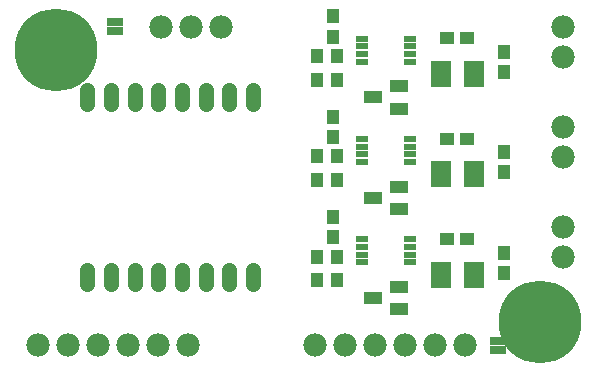
<source format=gts>
G75*
%MOIN*%
%OFA0B0*%
%FSLAX24Y24*%
%IPPOS*%
%LPD*%
%AMOC8*
5,1,8,0,0,1.08239X$1,22.5*
%
%ADD10C,0.1418*%
%ADD11C,0.2756*%
%ADD12C,0.0516*%
%ADD13R,0.0434X0.0217*%
%ADD14R,0.0434X0.0473*%
%ADD15C,0.0780*%
%ADD16R,0.0670X0.0906*%
%ADD17R,0.0473X0.0434*%
%ADD18R,0.0591X0.0434*%
%ADD19R,0.0540X0.0290*%
D10*
X002369Y011393D03*
X018511Y002337D03*
D11*
X018511Y002337D03*
X002369Y011393D03*
D12*
X003432Y010057D02*
X003432Y009581D01*
X004219Y009581D02*
X004219Y010057D01*
X005007Y010057D02*
X005007Y009581D01*
X005794Y009581D02*
X005794Y010057D01*
X006582Y010057D02*
X006582Y009581D01*
X007369Y009581D02*
X007369Y010057D01*
X008156Y010057D02*
X008156Y009581D01*
X008944Y009581D02*
X008944Y010057D01*
X008944Y004070D02*
X008944Y003594D01*
X008156Y003594D02*
X008156Y004070D01*
X007369Y004070D02*
X007369Y003594D01*
X006582Y003594D02*
X006582Y004070D01*
X005794Y004070D02*
X005794Y003594D01*
X005007Y003594D02*
X005007Y004070D01*
X004219Y004070D02*
X004219Y003594D01*
X003432Y003594D02*
X003432Y004070D01*
D13*
X012586Y004316D03*
X012586Y004572D03*
X012586Y004828D03*
X012586Y005083D03*
X014200Y005083D03*
X014200Y004828D03*
X014200Y004572D03*
X014200Y004316D03*
X014200Y007662D03*
X014200Y007918D03*
X014200Y008174D03*
X014200Y008430D03*
X012586Y008430D03*
X012586Y008174D03*
X012586Y007918D03*
X012586Y007662D03*
X012586Y011009D03*
X012586Y011265D03*
X012586Y011520D03*
X012586Y011776D03*
X014200Y011776D03*
X014200Y011520D03*
X014200Y011265D03*
X014200Y011009D03*
D14*
X011759Y011196D03*
X011090Y011196D03*
X011621Y011845D03*
X011621Y012515D03*
X011759Y010408D03*
X011090Y010408D03*
X011621Y009168D03*
X011621Y008499D03*
X011759Y007849D03*
X011090Y007849D03*
X011090Y007062D03*
X011759Y007062D03*
X011621Y005822D03*
X011621Y005152D03*
X011759Y004503D03*
X011090Y004503D03*
X011090Y003715D03*
X011759Y003715D03*
X017330Y003971D03*
X017330Y004641D03*
X017330Y007318D03*
X017330Y007987D03*
X017330Y010664D03*
X017330Y011333D03*
D15*
X001779Y001550D03*
X002779Y001550D03*
X003779Y001550D03*
X004779Y001550D03*
X005779Y001550D03*
X006779Y001550D03*
X011023Y001550D03*
X012023Y001550D03*
X013023Y001550D03*
X014031Y001550D03*
X015031Y001550D03*
X016031Y001550D03*
X019298Y004487D03*
X019298Y005487D03*
X019298Y007833D03*
X019298Y008833D03*
X019298Y011180D03*
X019298Y012180D03*
X007881Y012180D03*
X006881Y012180D03*
X005881Y012180D03*
D16*
X015204Y010605D03*
X016306Y010605D03*
X016306Y007259D03*
X015204Y007259D03*
X015204Y003912D03*
X016306Y003912D03*
D17*
X016090Y005093D03*
X015420Y005093D03*
X015420Y008440D03*
X016090Y008440D03*
X016090Y011786D03*
X015420Y011786D03*
D18*
X013826Y010192D03*
X012960Y009818D03*
X013826Y009444D03*
X013826Y006845D03*
X012960Y006471D03*
X013826Y006097D03*
X013826Y003499D03*
X012960Y003125D03*
X013826Y002751D03*
D19*
X017133Y001712D03*
X017133Y001388D03*
X004338Y012018D03*
X004338Y012342D03*
M02*

</source>
